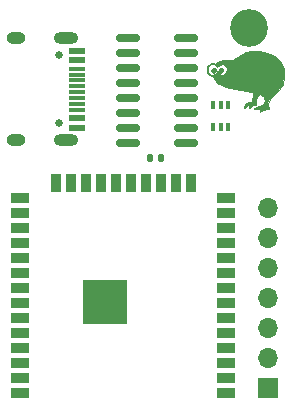
<source format=gbr>
%TF.GenerationSoftware,KiCad,Pcbnew,8.0.7*%
%TF.CreationDate,2024-12-28T12:59:27+01:00*%
%TF.ProjectId,scd30_esp,73636433-305f-4657-9370-2e6b69636164,rev?*%
%TF.SameCoordinates,Original*%
%TF.FileFunction,Soldermask,Bot*%
%TF.FilePolarity,Negative*%
%FSLAX46Y46*%
G04 Gerber Fmt 4.6, Leading zero omitted, Abs format (unit mm)*
G04 Created by KiCad (PCBNEW 8.0.7) date 2024-12-28 12:59:27*
%MOMM*%
%LPD*%
G01*
G04 APERTURE LIST*
G04 Aperture macros list*
%AMRoundRect*
0 Rectangle with rounded corners*
0 $1 Rounding radius*
0 $2 $3 $4 $5 $6 $7 $8 $9 X,Y pos of 4 corners*
0 Add a 4 corners polygon primitive as box body*
4,1,4,$2,$3,$4,$5,$6,$7,$8,$9,$2,$3,0*
0 Add four circle primitives for the rounded corners*
1,1,$1+$1,$2,$3*
1,1,$1+$1,$4,$5*
1,1,$1+$1,$6,$7*
1,1,$1+$1,$8,$9*
0 Add four rect primitives between the rounded corners*
20,1,$1+$1,$2,$3,$4,$5,0*
20,1,$1+$1,$4,$5,$6,$7,0*
20,1,$1+$1,$6,$7,$8,$9,0*
20,1,$1+$1,$8,$9,$2,$3,0*%
G04 Aperture macros list end*
%ADD10C,0.010000*%
%ADD11RoundRect,0.150000X-0.825000X-0.150000X0.825000X-0.150000X0.825000X0.150000X-0.825000X0.150000X0*%
%ADD12O,1.600000X1.000000*%
%ADD13O,2.100000X1.000000*%
%ADD14R,1.450000X0.600000*%
%ADD15R,1.450000X0.300000*%
%ADD16C,0.650000*%
%ADD17RoundRect,0.140000X0.140000X0.170000X-0.140000X0.170000X-0.140000X-0.170000X0.140000X-0.170000X0*%
%ADD18O,1.700000X1.700000*%
%ADD19R,1.700000X1.700000*%
%ADD20C,0.600000*%
%ADD21R,3.800000X3.800000*%
%ADD22R,1.500000X0.900000*%
%ADD23R,0.900000X1.500000*%
%ADD24R,0.400000X0.650000*%
%ADD25C,3.200000*%
G04 APERTURE END LIST*
D10*
%TO.C,G\u002A\u002A\u002A*%
X79643011Y-41591496D02*
X79703914Y-41605591D01*
X80173743Y-41751845D01*
X80569765Y-41947000D01*
X80889849Y-42189588D01*
X81131868Y-42478144D01*
X81232000Y-42658188D01*
X81284476Y-42777484D01*
X81319611Y-42885099D01*
X81340798Y-43004241D01*
X81351430Y-43158117D01*
X81354901Y-43369935D01*
X81355018Y-43499636D01*
X81345546Y-43849798D01*
X81311889Y-44135411D01*
X81244574Y-44375319D01*
X81134124Y-44588362D01*
X80971066Y-44793382D01*
X80745924Y-45009220D01*
X80487971Y-45223827D01*
X80243218Y-45458631D01*
X80085888Y-45703870D01*
X80011082Y-45967257D01*
X80009986Y-45976155D01*
X80000359Y-46129249D01*
X80020189Y-46220909D01*
X80057480Y-46266191D01*
X80124725Y-46343515D01*
X80104479Y-46391244D01*
X79996751Y-46409362D01*
X79981909Y-46409542D01*
X79855602Y-46429554D01*
X79692100Y-46480471D01*
X79584778Y-46524997D01*
X79451112Y-46586347D01*
X79356616Y-46628069D01*
X79325637Y-46640000D01*
X79324266Y-46600950D01*
X79336973Y-46517394D01*
X79360411Y-46394787D01*
X79099660Y-46425433D01*
X78934696Y-46434265D01*
X78851513Y-46415498D01*
X78845554Y-46374356D01*
X78912266Y-46316061D01*
X79047093Y-46245838D01*
X79245480Y-46168911D01*
X79354206Y-46133520D01*
X79511798Y-46076131D01*
X79631726Y-46016229D01*
X79688291Y-45966678D01*
X79688475Y-45966213D01*
X79704892Y-45878932D01*
X79714914Y-45739865D01*
X79716364Y-45662852D01*
X79706445Y-45506649D01*
X79665838Y-45398210D01*
X79578263Y-45294068D01*
X79578260Y-45294065D01*
X79433608Y-45191849D01*
X79299010Y-45175401D01*
X79181656Y-45238172D01*
X79088734Y-45373611D01*
X79027434Y-45575167D01*
X79005102Y-45816332D01*
X79001441Y-46085818D01*
X78846340Y-46085818D01*
X78705226Y-46113617D01*
X78576828Y-46208903D01*
X78557256Y-46229248D01*
X78423273Y-46372677D01*
X78423273Y-46226136D01*
X78415574Y-46127350D01*
X78379400Y-46098784D01*
X78319364Y-46111105D01*
X78207568Y-46166166D01*
X78111545Y-46237722D01*
X78039378Y-46297855D01*
X78011597Y-46295019D01*
X78007636Y-46252469D01*
X78050580Y-46077077D01*
X78176097Y-45936011D01*
X78379219Y-45834149D01*
X78457148Y-45811299D01*
X78553262Y-45784124D01*
X78617748Y-45748918D01*
X78660570Y-45687265D01*
X78691692Y-45580752D01*
X78721079Y-45410963D01*
X78739208Y-45290033D01*
X78757957Y-45137162D01*
X78754758Y-45052143D01*
X78726911Y-45012491D01*
X78704784Y-45003206D01*
X78638141Y-44988502D01*
X78495742Y-44960539D01*
X78292776Y-44922182D01*
X78044432Y-44876296D01*
X77765900Y-44825747D01*
X77728229Y-44818976D01*
X77208651Y-44719709D01*
X76773179Y-44622470D01*
X76413699Y-44524140D01*
X76122097Y-44421599D01*
X75890259Y-44311731D01*
X75710070Y-44191417D01*
X75573418Y-44057537D01*
X75506118Y-43964965D01*
X75431167Y-43831654D01*
X75383826Y-43718365D01*
X75375273Y-43675322D01*
X75347463Y-43612213D01*
X75252013Y-43592090D01*
X75241511Y-43592000D01*
X75092904Y-43549485D01*
X74961997Y-43436604D01*
X74866002Y-43275353D01*
X74837479Y-43153375D01*
X74887225Y-43153375D01*
X74948216Y-43315547D01*
X75054348Y-43441435D01*
X75189359Y-43519120D01*
X75336986Y-43536681D01*
X75480968Y-43482198D01*
X75532186Y-43439285D01*
X75616546Y-43344044D01*
X75668632Y-43266103D01*
X75698683Y-43222547D01*
X75728459Y-43266103D01*
X75825426Y-43402420D01*
X75962760Y-43504253D01*
X76105275Y-43545774D01*
X76109507Y-43545818D01*
X76276215Y-43506865D01*
X76402713Y-43403860D01*
X76485319Y-43257587D01*
X76520350Y-43088829D01*
X76504120Y-42918371D01*
X76432948Y-42766994D01*
X76303148Y-42655483D01*
X76270071Y-42639895D01*
X76094843Y-42604103D01*
X75937179Y-42654954D01*
X75790707Y-42791915D01*
X75713154Y-42869664D01*
X75668901Y-42872102D01*
X75665545Y-42865254D01*
X75570198Y-42719827D01*
X75421987Y-42617867D01*
X75349042Y-42595138D01*
X75198508Y-42608976D01*
X75054124Y-42693086D01*
X74940899Y-42827321D01*
X74887637Y-42966840D01*
X74887225Y-43153375D01*
X74837479Y-43153375D01*
X74822128Y-43087729D01*
X74821091Y-43054684D01*
X74832918Y-42906818D01*
X74881759Y-42796687D01*
X74978109Y-42686836D01*
X75109185Y-42578466D01*
X75234441Y-42533887D01*
X75298656Y-42529818D01*
X75416061Y-42542733D01*
X75488756Y-42574367D01*
X75493068Y-42579787D01*
X75544860Y-42587523D01*
X75637306Y-42521514D01*
X75645884Y-42513452D01*
X75755600Y-42423816D01*
X75877081Y-42362351D01*
X76030088Y-42324250D01*
X76234383Y-42304709D01*
X76509728Y-42298924D01*
X76528249Y-42298909D01*
X77028666Y-42298909D01*
X77298788Y-42096889D01*
X77736564Y-41817081D01*
X78183490Y-41627942D01*
X78645951Y-41528168D01*
X79130329Y-41516453D01*
X79643011Y-41591496D01*
G36*
X79643011Y-41591496D02*
G01*
X79703914Y-41605591D01*
X80173743Y-41751845D01*
X80569765Y-41947000D01*
X80889849Y-42189588D01*
X81131868Y-42478144D01*
X81232000Y-42658188D01*
X81284476Y-42777484D01*
X81319611Y-42885099D01*
X81340798Y-43004241D01*
X81351430Y-43158117D01*
X81354901Y-43369935D01*
X81355018Y-43499636D01*
X81345546Y-43849798D01*
X81311889Y-44135411D01*
X81244574Y-44375319D01*
X81134124Y-44588362D01*
X80971066Y-44793382D01*
X80745924Y-45009220D01*
X80487971Y-45223827D01*
X80243218Y-45458631D01*
X80085888Y-45703870D01*
X80011082Y-45967257D01*
X80009986Y-45976155D01*
X80000359Y-46129249D01*
X80020189Y-46220909D01*
X80057480Y-46266191D01*
X80124725Y-46343515D01*
X80104479Y-46391244D01*
X79996751Y-46409362D01*
X79981909Y-46409542D01*
X79855602Y-46429554D01*
X79692100Y-46480471D01*
X79584778Y-46524997D01*
X79451112Y-46586347D01*
X79356616Y-46628069D01*
X79325637Y-46640000D01*
X79324266Y-46600950D01*
X79336973Y-46517394D01*
X79360411Y-46394787D01*
X79099660Y-46425433D01*
X78934696Y-46434265D01*
X78851513Y-46415498D01*
X78845554Y-46374356D01*
X78912266Y-46316061D01*
X79047093Y-46245838D01*
X79245480Y-46168911D01*
X79354206Y-46133520D01*
X79511798Y-46076131D01*
X79631726Y-46016229D01*
X79688291Y-45966678D01*
X79688475Y-45966213D01*
X79704892Y-45878932D01*
X79714914Y-45739865D01*
X79716364Y-45662852D01*
X79706445Y-45506649D01*
X79665838Y-45398210D01*
X79578263Y-45294068D01*
X79578260Y-45294065D01*
X79433608Y-45191849D01*
X79299010Y-45175401D01*
X79181656Y-45238172D01*
X79088734Y-45373611D01*
X79027434Y-45575167D01*
X79005102Y-45816332D01*
X79001441Y-46085818D01*
X78846340Y-46085818D01*
X78705226Y-46113617D01*
X78576828Y-46208903D01*
X78557256Y-46229248D01*
X78423273Y-46372677D01*
X78423273Y-46226136D01*
X78415574Y-46127350D01*
X78379400Y-46098784D01*
X78319364Y-46111105D01*
X78207568Y-46166166D01*
X78111545Y-46237722D01*
X78039378Y-46297855D01*
X78011597Y-46295019D01*
X78007636Y-46252469D01*
X78050580Y-46077077D01*
X78176097Y-45936011D01*
X78379219Y-45834149D01*
X78457148Y-45811299D01*
X78553262Y-45784124D01*
X78617748Y-45748918D01*
X78660570Y-45687265D01*
X78691692Y-45580752D01*
X78721079Y-45410963D01*
X78739208Y-45290033D01*
X78757957Y-45137162D01*
X78754758Y-45052143D01*
X78726911Y-45012491D01*
X78704784Y-45003206D01*
X78638141Y-44988502D01*
X78495742Y-44960539D01*
X78292776Y-44922182D01*
X78044432Y-44876296D01*
X77765900Y-44825747D01*
X77728229Y-44818976D01*
X77208651Y-44719709D01*
X76773179Y-44622470D01*
X76413699Y-44524140D01*
X76122097Y-44421599D01*
X75890259Y-44311731D01*
X75710070Y-44191417D01*
X75573418Y-44057537D01*
X75506118Y-43964965D01*
X75431167Y-43831654D01*
X75383826Y-43718365D01*
X75375273Y-43675322D01*
X75347463Y-43612213D01*
X75252013Y-43592090D01*
X75241511Y-43592000D01*
X75092904Y-43549485D01*
X74961997Y-43436604D01*
X74866002Y-43275353D01*
X74837479Y-43153375D01*
X74887225Y-43153375D01*
X74948216Y-43315547D01*
X75054348Y-43441435D01*
X75189359Y-43519120D01*
X75336986Y-43536681D01*
X75480968Y-43482198D01*
X75532186Y-43439285D01*
X75616546Y-43344044D01*
X75668632Y-43266103D01*
X75698683Y-43222547D01*
X75728459Y-43266103D01*
X75825426Y-43402420D01*
X75962760Y-43504253D01*
X76105275Y-43545774D01*
X76109507Y-43545818D01*
X76276215Y-43506865D01*
X76402713Y-43403860D01*
X76485319Y-43257587D01*
X76520350Y-43088829D01*
X76504120Y-42918371D01*
X76432948Y-42766994D01*
X76303148Y-42655483D01*
X76270071Y-42639895D01*
X76094843Y-42604103D01*
X75937179Y-42654954D01*
X75790707Y-42791915D01*
X75713154Y-42869664D01*
X75668901Y-42872102D01*
X75665545Y-42865254D01*
X75570198Y-42719827D01*
X75421987Y-42617867D01*
X75349042Y-42595138D01*
X75198508Y-42608976D01*
X75054124Y-42693086D01*
X74940899Y-42827321D01*
X74887637Y-42966840D01*
X74887225Y-43153375D01*
X74837479Y-43153375D01*
X74822128Y-43087729D01*
X74821091Y-43054684D01*
X74832918Y-42906818D01*
X74881759Y-42796687D01*
X74978109Y-42686836D01*
X75109185Y-42578466D01*
X75234441Y-42533887D01*
X75298656Y-42529818D01*
X75416061Y-42542733D01*
X75488756Y-42574367D01*
X75493068Y-42579787D01*
X75544860Y-42587523D01*
X75637306Y-42521514D01*
X75645884Y-42513452D01*
X75755600Y-42423816D01*
X75877081Y-42362351D01*
X76030088Y-42324250D01*
X76234383Y-42304709D01*
X76509728Y-42298924D01*
X76528249Y-42298909D01*
X77028666Y-42298909D01*
X77298788Y-42096889D01*
X77736564Y-41817081D01*
X78183490Y-41627942D01*
X78645951Y-41528168D01*
X79130329Y-41516453D01*
X79643011Y-41591496D01*
G37*
X75487730Y-42981303D02*
X75570345Y-43062655D01*
X75606182Y-43149414D01*
X75571099Y-43227681D01*
X75491403Y-43309657D01*
X75405425Y-43358412D01*
X75386480Y-43361091D01*
X75315722Y-43331297D01*
X75263117Y-43288520D01*
X75204233Y-43203484D01*
X75190545Y-43153273D01*
X75227296Y-43062276D01*
X75310912Y-42979707D01*
X75398364Y-42945455D01*
X75487730Y-42981303D01*
G36*
X75487730Y-42981303D02*
G01*
X75570345Y-43062655D01*
X75606182Y-43149414D01*
X75571099Y-43227681D01*
X75491403Y-43309657D01*
X75405425Y-43358412D01*
X75386480Y-43361091D01*
X75315722Y-43331297D01*
X75263117Y-43288520D01*
X75204233Y-43203484D01*
X75190545Y-43153273D01*
X75227296Y-43062276D01*
X75310912Y-42979707D01*
X75398364Y-42945455D01*
X75487730Y-42981303D01*
G37*
X76105146Y-42988184D02*
X76180459Y-43084808D01*
X76188504Y-43110769D01*
X76185474Y-43240367D01*
X76119780Y-43327620D01*
X76016592Y-43358764D01*
X75901076Y-43320034D01*
X75863480Y-43288520D01*
X75797517Y-43184476D01*
X75820749Y-43083922D01*
X75879963Y-43017722D01*
X75995213Y-42962877D01*
X76105146Y-42988184D01*
G36*
X76105146Y-42988184D02*
G01*
X76180459Y-43084808D01*
X76188504Y-43110769D01*
X76185474Y-43240367D01*
X76119780Y-43327620D01*
X76016592Y-43358764D01*
X75901076Y-43320034D01*
X75863480Y-43288520D01*
X75797517Y-43184476D01*
X75820749Y-43083922D01*
X75879963Y-43017722D01*
X75995213Y-42962877D01*
X76105146Y-42988184D01*
G37*
%TD*%
D11*
%TO.C,U3*%
X73065000Y-49290000D03*
X73065000Y-48020000D03*
X73065000Y-46750000D03*
X73065000Y-45480000D03*
X73065000Y-44210000D03*
X73065000Y-42940000D03*
X73065000Y-41670000D03*
X73065000Y-40400000D03*
X68115000Y-40400000D03*
X68115000Y-41670000D03*
X68115000Y-42940000D03*
X68115000Y-44210000D03*
X68115000Y-45480000D03*
X68115000Y-46750000D03*
X68115000Y-48020000D03*
X68115000Y-49290000D03*
%TD*%
D12*
%TO.C,J2*%
X58705000Y-40430000D03*
D13*
X62885000Y-40430000D03*
X62885000Y-49070000D03*
D12*
X58705000Y-49070000D03*
D14*
X63800000Y-48000000D03*
X63800000Y-47200000D03*
D15*
X63800000Y-46500000D03*
X63800000Y-45500000D03*
X63800000Y-44000000D03*
X63800000Y-43000000D03*
D14*
X63800000Y-42300000D03*
X63800000Y-41500000D03*
X63800000Y-41500000D03*
X63800000Y-42300000D03*
D15*
X63800000Y-43500000D03*
X63800000Y-44500000D03*
X63800000Y-45000000D03*
X63800000Y-46000000D03*
D14*
X63800000Y-47200000D03*
X63800000Y-48000000D03*
D16*
X62355000Y-47640000D03*
X62355000Y-41860000D03*
%TD*%
D17*
%TO.C,C4*%
X70965000Y-50550000D03*
X70005000Y-50550000D03*
%TD*%
D18*
%TO.C,J1*%
X80000000Y-54760000D03*
X80000000Y-57300000D03*
X80000000Y-59840000D03*
X80000000Y-62380000D03*
X80000000Y-64920000D03*
X80000000Y-67460000D03*
D19*
X80000000Y-70000000D03*
%TD*%
D20*
%TO.C,U2*%
X66205000Y-62040000D03*
X66930000Y-61340000D03*
X66930000Y-64140000D03*
X66205000Y-63440000D03*
X65530000Y-64140000D03*
X67630000Y-63440000D03*
X65530000Y-62740000D03*
X64830000Y-62040000D03*
X65530000Y-61340000D03*
X67630000Y-62040000D03*
X66930000Y-62740000D03*
X64830000Y-63440000D03*
D21*
X66230000Y-62740000D03*
D22*
X76480000Y-70460000D03*
X76480000Y-69190000D03*
X76480000Y-67920000D03*
X76480000Y-66650000D03*
X76480000Y-65380000D03*
X76480000Y-64110000D03*
X76480000Y-62840000D03*
X76480000Y-61570000D03*
X76480000Y-60300000D03*
X76480000Y-59030000D03*
X76480000Y-57760000D03*
X76480000Y-56490000D03*
X76480000Y-55220000D03*
X76480000Y-53950000D03*
D23*
X73450000Y-52700000D03*
X72180000Y-52700000D03*
X70910000Y-52700000D03*
X69640000Y-52700000D03*
X68370000Y-52700000D03*
X67100000Y-52700000D03*
X65830000Y-52700000D03*
X64560000Y-52700000D03*
X63290000Y-52700000D03*
X62020000Y-52700000D03*
D22*
X58980000Y-53950000D03*
X58980000Y-55220000D03*
X58980000Y-56490000D03*
X58980000Y-57760000D03*
X58980000Y-59030000D03*
X58980000Y-60300000D03*
X58980000Y-61570000D03*
X58980000Y-62840000D03*
X58980000Y-64110000D03*
X58980000Y-65380000D03*
X58980000Y-66650000D03*
X58980000Y-67920000D03*
X58980000Y-69190000D03*
X58980000Y-70460000D03*
%TD*%
D24*
%TO.C,Q3*%
X75350000Y-47950000D03*
X76000000Y-47950000D03*
X76650000Y-47950000D03*
X76650000Y-46050000D03*
X76000000Y-46050000D03*
X75350000Y-46050000D03*
%TD*%
D25*
%TO.C,REF\u002A\u002A*%
X78400000Y-39600000D03*
%TD*%
M02*

</source>
